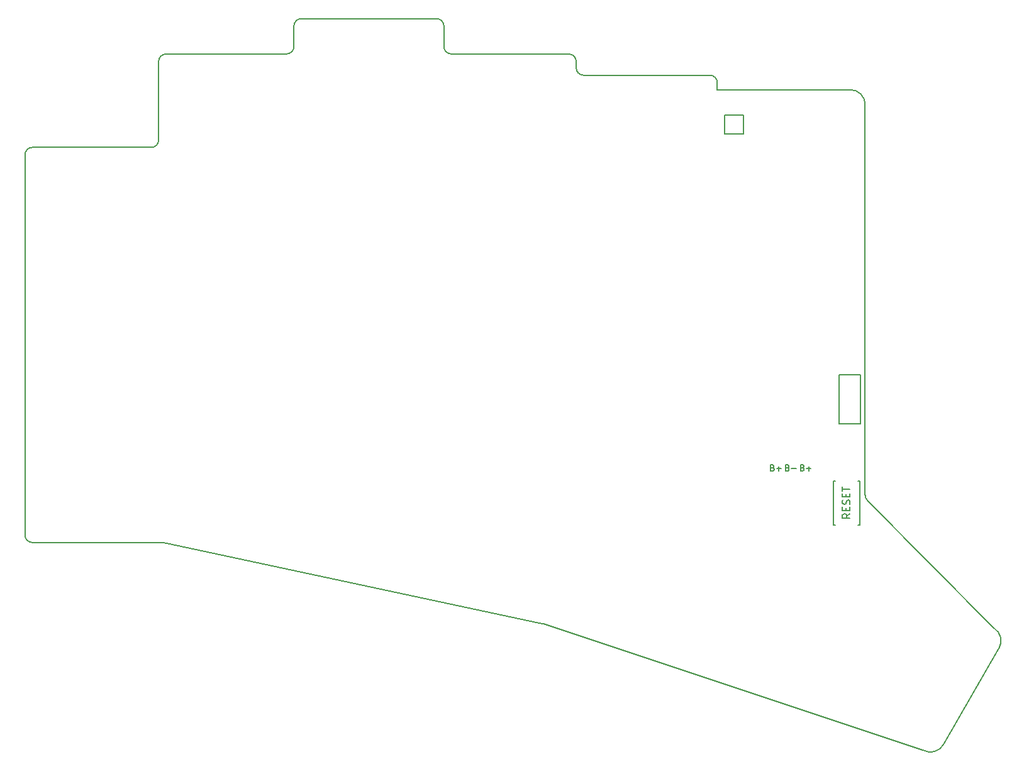
<source format=gbr>
G04 #@! TF.GenerationSoftware,KiCad,Pcbnew,5.1.5+dfsg1-2build2*
G04 #@! TF.CreationDate,2022-10-01T08:21:12+00:00*
G04 #@! TF.ProjectId,board,626f6172-642e-46b6-9963-61645f706362,v1.0.0*
G04 #@! TF.SameCoordinates,Original*
G04 #@! TF.FileFunction,Legend,Top*
G04 #@! TF.FilePolarity,Positive*
%FSLAX46Y46*%
G04 Gerber Fmt 4.6, Leading zero omitted, Abs format (unit mm)*
G04 Created by KiCad (PCBNEW 5.1.5+dfsg1-2build2) date 2022-10-01 08:21:12*
%MOMM*%
%LPD*%
G04 APERTURE LIST*
G04 #@! TA.AperFunction,Profile*
%ADD10C,0.150000*%
G04 #@! TD*
%ADD11C,0.150000*%
G04 APERTURE END LIST*
D10*
X58900000Y40400000D02*
X76362107Y40400000D01*
X57900000Y41400000D02*
X57900000Y92600000D01*
X58900000Y93600000D02*
X74900000Y93600000D01*
X76900000Y106173000D02*
X93100000Y106173000D01*
X75900000Y94600000D02*
X75900000Y105173000D01*
X95100000Y110935500D02*
X113300000Y110935500D01*
X114300000Y109935500D02*
X114300000Y107173000D01*
X94100000Y107173000D02*
X94100000Y109935500D01*
X115300000Y106173000D02*
X131100000Y106173000D01*
X132100000Y105173000D02*
X132100000Y104315500D01*
X151100000Y101365500D02*
X151100000Y102315500D01*
X133100000Y103315500D02*
X150100000Y103315500D01*
X181522028Y13173828D02*
G75*
G02X178789978Y12441778I-1732050J1000000D01*
G01*
X181522029Y13173828D02*
X189022029Y26164210D01*
X188374085Y28844898D02*
G75*
G02X189022029Y26164210I-1084107J-1680688D01*
G01*
X150100000Y103315500D02*
G75*
G02X151100000Y102315500I0J-1000000D01*
G01*
X133100000Y103315500D02*
G75*
G02X132100000Y104315500I0J1000000D01*
G01*
X131100000Y106173000D02*
G75*
G02X132100000Y105173000I0J-1000000D01*
G01*
X115300000Y106173000D02*
G75*
G02X114300000Y107173000I0J1000000D01*
G01*
X113300000Y110935500D02*
G75*
G02X114300000Y109935500I0J-1000000D01*
G01*
X94100000Y109935500D02*
G75*
G02X95100000Y110935500I1000000J0D01*
G01*
X94100000Y107173000D02*
G75*
G02X93100000Y106173000I-1000000J0D01*
G01*
X75900000Y105173000D02*
G75*
G02X76900000Y106173000I1000000J0D01*
G01*
X75900000Y94600000D02*
G75*
G02X74900000Y93600000I-1000000J0D01*
G01*
X57900000Y92600000D02*
G75*
G02X58900000Y93600000I1000000J0D01*
G01*
X58900000Y40400000D02*
G75*
G02X57900000Y41400000I0J1000000D01*
G01*
X171288969Y46087542D02*
X188205108Y28982080D01*
X178789978Y12441778D02*
X127662129Y29450048D01*
X127555520Y29479080D02*
X76571152Y40377906D01*
X171000000Y46790703D02*
X171000000Y99365500D01*
X169000000Y101365500D02*
G75*
G02X171000000Y99365500I0J-2000000D01*
G01*
X169000000Y101365500D02*
X151100000Y101365500D01*
X76362107Y40400000D02*
G75*
G02X76571152Y40377906I0J-1000000D01*
G01*
X127555520Y29479080D02*
G75*
G02X127662129Y29450048I-209045J-977906D01*
G01*
X188374085Y28844897D02*
G75*
G02X188205108Y28982080I542053J840344D01*
G01*
X171288969Y46087542D02*
G75*
G02X171000000Y46790703I711031J703161D01*
G01*
D11*
G04 #@! TO.C,MCU1*
X154650000Y97955500D02*
X154650000Y95415500D01*
X154650000Y97955500D02*
X152110000Y97955500D01*
X154650000Y95415500D02*
X152110000Y95415500D01*
X152110000Y95415500D02*
X152110000Y97955500D01*
G04 #@! TO.C,T1*
X170350000Y57765500D02*
X170350000Y61665500D01*
X170350000Y59715500D02*
X170350000Y63015500D01*
X170350000Y63015500D02*
X167500000Y63015500D01*
X167500000Y63015500D02*
X167500000Y56415500D01*
X167500000Y56415500D02*
X170350000Y56415500D01*
X170350000Y59715500D02*
X170350000Y56415500D01*
G04 #@! TO.C,B1*
X166750000Y48715500D02*
X166750000Y42715500D01*
X166750000Y42715500D02*
X167000000Y42715500D01*
X166750000Y48715500D02*
X167000000Y48715500D01*
X170250000Y48715500D02*
X170000000Y48715500D01*
X170250000Y48715500D02*
X170250000Y42715500D01*
X170250000Y42715500D02*
X170000000Y42715500D01*
G04 #@! TD*
G04 #@! TO.C,MCU1*
G04 #@! TO.C,PAD1*
X158561904Y50472642D02*
X158676190Y50434547D01*
X158714285Y50396452D01*
X158752380Y50320261D01*
X158752380Y50205976D01*
X158714285Y50129785D01*
X158676190Y50091690D01*
X158600000Y50053595D01*
X158295238Y50053595D01*
X158295238Y50853595D01*
X158561904Y50853595D01*
X158638095Y50815500D01*
X158676190Y50777404D01*
X158714285Y50701214D01*
X158714285Y50625023D01*
X158676190Y50548833D01*
X158638095Y50510738D01*
X158561904Y50472642D01*
X158295238Y50472642D01*
X159095238Y50358357D02*
X159704761Y50358357D01*
X159400000Y50053595D02*
X159400000Y50663119D01*
X160561904Y50472642D02*
X160676190Y50434547D01*
X160714285Y50396452D01*
X160752380Y50320261D01*
X160752380Y50205976D01*
X160714285Y50129785D01*
X160676190Y50091690D01*
X160600000Y50053595D01*
X160295238Y50053595D01*
X160295238Y50853595D01*
X160561904Y50853595D01*
X160638095Y50815500D01*
X160676190Y50777404D01*
X160714285Y50701214D01*
X160714285Y50625023D01*
X160676190Y50548833D01*
X160638095Y50510738D01*
X160561904Y50472642D01*
X160295238Y50472642D01*
X161095238Y50358357D02*
X161704761Y50358357D01*
X162561904Y50472642D02*
X162676190Y50434547D01*
X162714285Y50396452D01*
X162752380Y50320261D01*
X162752380Y50205976D01*
X162714285Y50129785D01*
X162676190Y50091690D01*
X162600000Y50053595D01*
X162295238Y50053595D01*
X162295238Y50853595D01*
X162561904Y50853595D01*
X162638095Y50815500D01*
X162676190Y50777404D01*
X162714285Y50701214D01*
X162714285Y50625023D01*
X162676190Y50548833D01*
X162638095Y50510738D01*
X162561904Y50472642D01*
X162295238Y50472642D01*
X163095238Y50358357D02*
X163704761Y50358357D01*
X163400000Y50053595D02*
X163400000Y50663119D01*
G04 #@! TO.C,B1*
X168952380Y44263119D02*
X168476190Y43929785D01*
X168952380Y43691690D02*
X167952380Y43691690D01*
X167952380Y44072642D01*
X168000000Y44167880D01*
X168047619Y44215500D01*
X168142857Y44263119D01*
X168285714Y44263119D01*
X168380952Y44215500D01*
X168428571Y44167880D01*
X168476190Y44072642D01*
X168476190Y43691690D01*
X168428571Y44691690D02*
X168428571Y45025023D01*
X168952380Y45167880D02*
X168952380Y44691690D01*
X167952380Y44691690D01*
X167952380Y45167880D01*
X168904761Y45548833D02*
X168952380Y45691690D01*
X168952380Y45929785D01*
X168904761Y46025023D01*
X168857142Y46072642D01*
X168761904Y46120261D01*
X168666666Y46120261D01*
X168571428Y46072642D01*
X168523809Y46025023D01*
X168476190Y45929785D01*
X168428571Y45739309D01*
X168380952Y45644071D01*
X168333333Y45596452D01*
X168238095Y45548833D01*
X168142857Y45548833D01*
X168047619Y45596452D01*
X168000000Y45644071D01*
X167952380Y45739309D01*
X167952380Y45977404D01*
X168000000Y46120261D01*
X168428571Y46548833D02*
X168428571Y46882166D01*
X168952380Y47025023D02*
X168952380Y46548833D01*
X167952380Y46548833D01*
X167952380Y47025023D01*
X167952380Y47310738D02*
X167952380Y47882166D01*
X168952380Y47596452D02*
X167952380Y47596452D01*
G04 #@! TD*
M02*

</source>
